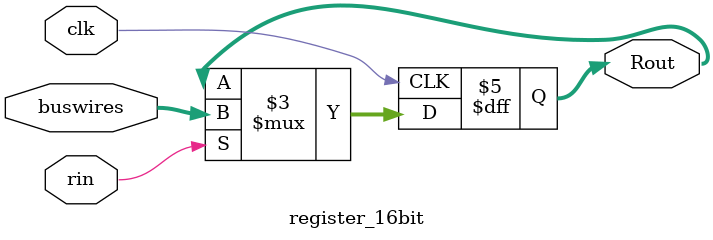
<source format=v>
`timescale 1ns / 1ps

module register_16bit(
    input clk,
    // enable pins
    input rin,
    // data in
    input [15:0] buswires,
    // data out
    output reg [15:0] Rout
);

    always @(posedge clk) begin
       if (rin) begin
         Rout <= buswires;  // Gán giá trị từ buswires vào Rout
       end

       else begin
         Rout <= Rout;
       end
    end 
    
endmodule
</source>
